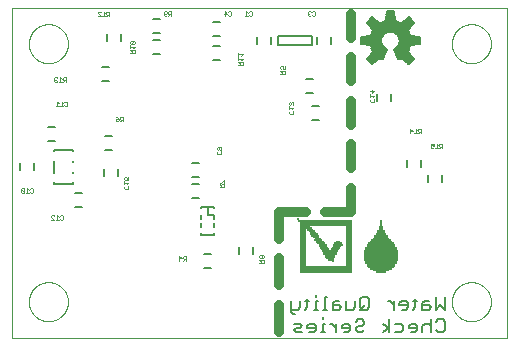
<source format=gbo>
G75*
%MOIN*%
%OFA0B0*%
%FSLAX25Y25*%
%IPPOS*%
%LPD*%
%AMOC8*
5,1,8,0,0,1.08239X$1,22.5*
%
%ADD10C,0.00000*%
%ADD11C,0.03200*%
%ADD12C,0.00600*%
%ADD13C,0.00100*%
%ADD14C,0.00591*%
%ADD15R,0.03500X0.00500*%
%ADD16R,0.17500X0.00500*%
%ADD17R,0.05500X0.00500*%
%ADD18R,0.07500X0.00500*%
%ADD19R,0.08500X0.00500*%
%ADD20R,0.09500X0.00500*%
%ADD21R,0.02000X0.00500*%
%ADD22R,0.10500X0.00500*%
%ADD23R,0.01000X0.00500*%
%ADD24R,0.11500X0.00500*%
%ADD25R,0.02500X0.00500*%
%ADD26R,0.04500X0.00500*%
%ADD27R,0.03000X0.00500*%
%ADD28R,0.01500X0.00500*%
%ADD29R,0.06500X0.00500*%
%ADD30R,0.04000X0.00500*%
%ADD31R,0.00500X0.00500*%
%ADD32R,0.18000X0.00500*%
%ADD33C,0.00800*%
D10*
X0089050Y0003800D02*
X0089050Y0113800D01*
X0254050Y0113800D01*
X0254050Y0003800D01*
X0089050Y0003800D01*
X0094550Y0015800D02*
X0094552Y0015961D01*
X0094558Y0016121D01*
X0094568Y0016282D01*
X0094582Y0016442D01*
X0094600Y0016602D01*
X0094621Y0016761D01*
X0094647Y0016920D01*
X0094677Y0017078D01*
X0094710Y0017235D01*
X0094748Y0017392D01*
X0094789Y0017547D01*
X0094834Y0017701D01*
X0094883Y0017854D01*
X0094936Y0018006D01*
X0094992Y0018157D01*
X0095053Y0018306D01*
X0095116Y0018454D01*
X0095184Y0018600D01*
X0095255Y0018744D01*
X0095329Y0018886D01*
X0095407Y0019027D01*
X0095489Y0019165D01*
X0095574Y0019302D01*
X0095662Y0019436D01*
X0095754Y0019568D01*
X0095849Y0019698D01*
X0095947Y0019826D01*
X0096048Y0019951D01*
X0096152Y0020073D01*
X0096259Y0020193D01*
X0096369Y0020310D01*
X0096482Y0020425D01*
X0096598Y0020536D01*
X0096717Y0020645D01*
X0096838Y0020750D01*
X0096962Y0020853D01*
X0097088Y0020953D01*
X0097216Y0021049D01*
X0097347Y0021142D01*
X0097481Y0021232D01*
X0097616Y0021319D01*
X0097754Y0021402D01*
X0097893Y0021482D01*
X0098035Y0021558D01*
X0098178Y0021631D01*
X0098323Y0021700D01*
X0098470Y0021766D01*
X0098618Y0021828D01*
X0098768Y0021886D01*
X0098919Y0021941D01*
X0099072Y0021992D01*
X0099226Y0022039D01*
X0099381Y0022082D01*
X0099537Y0022121D01*
X0099693Y0022157D01*
X0099851Y0022188D01*
X0100009Y0022216D01*
X0100168Y0022240D01*
X0100328Y0022260D01*
X0100488Y0022276D01*
X0100648Y0022288D01*
X0100809Y0022296D01*
X0100970Y0022300D01*
X0101130Y0022300D01*
X0101291Y0022296D01*
X0101452Y0022288D01*
X0101612Y0022276D01*
X0101772Y0022260D01*
X0101932Y0022240D01*
X0102091Y0022216D01*
X0102249Y0022188D01*
X0102407Y0022157D01*
X0102563Y0022121D01*
X0102719Y0022082D01*
X0102874Y0022039D01*
X0103028Y0021992D01*
X0103181Y0021941D01*
X0103332Y0021886D01*
X0103482Y0021828D01*
X0103630Y0021766D01*
X0103777Y0021700D01*
X0103922Y0021631D01*
X0104065Y0021558D01*
X0104207Y0021482D01*
X0104346Y0021402D01*
X0104484Y0021319D01*
X0104619Y0021232D01*
X0104753Y0021142D01*
X0104884Y0021049D01*
X0105012Y0020953D01*
X0105138Y0020853D01*
X0105262Y0020750D01*
X0105383Y0020645D01*
X0105502Y0020536D01*
X0105618Y0020425D01*
X0105731Y0020310D01*
X0105841Y0020193D01*
X0105948Y0020073D01*
X0106052Y0019951D01*
X0106153Y0019826D01*
X0106251Y0019698D01*
X0106346Y0019568D01*
X0106438Y0019436D01*
X0106526Y0019302D01*
X0106611Y0019165D01*
X0106693Y0019027D01*
X0106771Y0018886D01*
X0106845Y0018744D01*
X0106916Y0018600D01*
X0106984Y0018454D01*
X0107047Y0018306D01*
X0107108Y0018157D01*
X0107164Y0018006D01*
X0107217Y0017854D01*
X0107266Y0017701D01*
X0107311Y0017547D01*
X0107352Y0017392D01*
X0107390Y0017235D01*
X0107423Y0017078D01*
X0107453Y0016920D01*
X0107479Y0016761D01*
X0107500Y0016602D01*
X0107518Y0016442D01*
X0107532Y0016282D01*
X0107542Y0016121D01*
X0107548Y0015961D01*
X0107550Y0015800D01*
X0107548Y0015639D01*
X0107542Y0015479D01*
X0107532Y0015318D01*
X0107518Y0015158D01*
X0107500Y0014998D01*
X0107479Y0014839D01*
X0107453Y0014680D01*
X0107423Y0014522D01*
X0107390Y0014365D01*
X0107352Y0014208D01*
X0107311Y0014053D01*
X0107266Y0013899D01*
X0107217Y0013746D01*
X0107164Y0013594D01*
X0107108Y0013443D01*
X0107047Y0013294D01*
X0106984Y0013146D01*
X0106916Y0013000D01*
X0106845Y0012856D01*
X0106771Y0012714D01*
X0106693Y0012573D01*
X0106611Y0012435D01*
X0106526Y0012298D01*
X0106438Y0012164D01*
X0106346Y0012032D01*
X0106251Y0011902D01*
X0106153Y0011774D01*
X0106052Y0011649D01*
X0105948Y0011527D01*
X0105841Y0011407D01*
X0105731Y0011290D01*
X0105618Y0011175D01*
X0105502Y0011064D01*
X0105383Y0010955D01*
X0105262Y0010850D01*
X0105138Y0010747D01*
X0105012Y0010647D01*
X0104884Y0010551D01*
X0104753Y0010458D01*
X0104619Y0010368D01*
X0104484Y0010281D01*
X0104346Y0010198D01*
X0104207Y0010118D01*
X0104065Y0010042D01*
X0103922Y0009969D01*
X0103777Y0009900D01*
X0103630Y0009834D01*
X0103482Y0009772D01*
X0103332Y0009714D01*
X0103181Y0009659D01*
X0103028Y0009608D01*
X0102874Y0009561D01*
X0102719Y0009518D01*
X0102563Y0009479D01*
X0102407Y0009443D01*
X0102249Y0009412D01*
X0102091Y0009384D01*
X0101932Y0009360D01*
X0101772Y0009340D01*
X0101612Y0009324D01*
X0101452Y0009312D01*
X0101291Y0009304D01*
X0101130Y0009300D01*
X0100970Y0009300D01*
X0100809Y0009304D01*
X0100648Y0009312D01*
X0100488Y0009324D01*
X0100328Y0009340D01*
X0100168Y0009360D01*
X0100009Y0009384D01*
X0099851Y0009412D01*
X0099693Y0009443D01*
X0099537Y0009479D01*
X0099381Y0009518D01*
X0099226Y0009561D01*
X0099072Y0009608D01*
X0098919Y0009659D01*
X0098768Y0009714D01*
X0098618Y0009772D01*
X0098470Y0009834D01*
X0098323Y0009900D01*
X0098178Y0009969D01*
X0098035Y0010042D01*
X0097893Y0010118D01*
X0097754Y0010198D01*
X0097616Y0010281D01*
X0097481Y0010368D01*
X0097347Y0010458D01*
X0097216Y0010551D01*
X0097088Y0010647D01*
X0096962Y0010747D01*
X0096838Y0010850D01*
X0096717Y0010955D01*
X0096598Y0011064D01*
X0096482Y0011175D01*
X0096369Y0011290D01*
X0096259Y0011407D01*
X0096152Y0011527D01*
X0096048Y0011649D01*
X0095947Y0011774D01*
X0095849Y0011902D01*
X0095754Y0012032D01*
X0095662Y0012164D01*
X0095574Y0012298D01*
X0095489Y0012435D01*
X0095407Y0012573D01*
X0095329Y0012714D01*
X0095255Y0012856D01*
X0095184Y0013000D01*
X0095116Y0013146D01*
X0095053Y0013294D01*
X0094992Y0013443D01*
X0094936Y0013594D01*
X0094883Y0013746D01*
X0094834Y0013899D01*
X0094789Y0014053D01*
X0094748Y0014208D01*
X0094710Y0014365D01*
X0094677Y0014522D01*
X0094647Y0014680D01*
X0094621Y0014839D01*
X0094600Y0014998D01*
X0094582Y0015158D01*
X0094568Y0015318D01*
X0094558Y0015479D01*
X0094552Y0015639D01*
X0094550Y0015800D01*
X0235550Y0015800D02*
X0235552Y0015961D01*
X0235558Y0016121D01*
X0235568Y0016282D01*
X0235582Y0016442D01*
X0235600Y0016602D01*
X0235621Y0016761D01*
X0235647Y0016920D01*
X0235677Y0017078D01*
X0235710Y0017235D01*
X0235748Y0017392D01*
X0235789Y0017547D01*
X0235834Y0017701D01*
X0235883Y0017854D01*
X0235936Y0018006D01*
X0235992Y0018157D01*
X0236053Y0018306D01*
X0236116Y0018454D01*
X0236184Y0018600D01*
X0236255Y0018744D01*
X0236329Y0018886D01*
X0236407Y0019027D01*
X0236489Y0019165D01*
X0236574Y0019302D01*
X0236662Y0019436D01*
X0236754Y0019568D01*
X0236849Y0019698D01*
X0236947Y0019826D01*
X0237048Y0019951D01*
X0237152Y0020073D01*
X0237259Y0020193D01*
X0237369Y0020310D01*
X0237482Y0020425D01*
X0237598Y0020536D01*
X0237717Y0020645D01*
X0237838Y0020750D01*
X0237962Y0020853D01*
X0238088Y0020953D01*
X0238216Y0021049D01*
X0238347Y0021142D01*
X0238481Y0021232D01*
X0238616Y0021319D01*
X0238754Y0021402D01*
X0238893Y0021482D01*
X0239035Y0021558D01*
X0239178Y0021631D01*
X0239323Y0021700D01*
X0239470Y0021766D01*
X0239618Y0021828D01*
X0239768Y0021886D01*
X0239919Y0021941D01*
X0240072Y0021992D01*
X0240226Y0022039D01*
X0240381Y0022082D01*
X0240537Y0022121D01*
X0240693Y0022157D01*
X0240851Y0022188D01*
X0241009Y0022216D01*
X0241168Y0022240D01*
X0241328Y0022260D01*
X0241488Y0022276D01*
X0241648Y0022288D01*
X0241809Y0022296D01*
X0241970Y0022300D01*
X0242130Y0022300D01*
X0242291Y0022296D01*
X0242452Y0022288D01*
X0242612Y0022276D01*
X0242772Y0022260D01*
X0242932Y0022240D01*
X0243091Y0022216D01*
X0243249Y0022188D01*
X0243407Y0022157D01*
X0243563Y0022121D01*
X0243719Y0022082D01*
X0243874Y0022039D01*
X0244028Y0021992D01*
X0244181Y0021941D01*
X0244332Y0021886D01*
X0244482Y0021828D01*
X0244630Y0021766D01*
X0244777Y0021700D01*
X0244922Y0021631D01*
X0245065Y0021558D01*
X0245207Y0021482D01*
X0245346Y0021402D01*
X0245484Y0021319D01*
X0245619Y0021232D01*
X0245753Y0021142D01*
X0245884Y0021049D01*
X0246012Y0020953D01*
X0246138Y0020853D01*
X0246262Y0020750D01*
X0246383Y0020645D01*
X0246502Y0020536D01*
X0246618Y0020425D01*
X0246731Y0020310D01*
X0246841Y0020193D01*
X0246948Y0020073D01*
X0247052Y0019951D01*
X0247153Y0019826D01*
X0247251Y0019698D01*
X0247346Y0019568D01*
X0247438Y0019436D01*
X0247526Y0019302D01*
X0247611Y0019165D01*
X0247693Y0019027D01*
X0247771Y0018886D01*
X0247845Y0018744D01*
X0247916Y0018600D01*
X0247984Y0018454D01*
X0248047Y0018306D01*
X0248108Y0018157D01*
X0248164Y0018006D01*
X0248217Y0017854D01*
X0248266Y0017701D01*
X0248311Y0017547D01*
X0248352Y0017392D01*
X0248390Y0017235D01*
X0248423Y0017078D01*
X0248453Y0016920D01*
X0248479Y0016761D01*
X0248500Y0016602D01*
X0248518Y0016442D01*
X0248532Y0016282D01*
X0248542Y0016121D01*
X0248548Y0015961D01*
X0248550Y0015800D01*
X0248548Y0015639D01*
X0248542Y0015479D01*
X0248532Y0015318D01*
X0248518Y0015158D01*
X0248500Y0014998D01*
X0248479Y0014839D01*
X0248453Y0014680D01*
X0248423Y0014522D01*
X0248390Y0014365D01*
X0248352Y0014208D01*
X0248311Y0014053D01*
X0248266Y0013899D01*
X0248217Y0013746D01*
X0248164Y0013594D01*
X0248108Y0013443D01*
X0248047Y0013294D01*
X0247984Y0013146D01*
X0247916Y0013000D01*
X0247845Y0012856D01*
X0247771Y0012714D01*
X0247693Y0012573D01*
X0247611Y0012435D01*
X0247526Y0012298D01*
X0247438Y0012164D01*
X0247346Y0012032D01*
X0247251Y0011902D01*
X0247153Y0011774D01*
X0247052Y0011649D01*
X0246948Y0011527D01*
X0246841Y0011407D01*
X0246731Y0011290D01*
X0246618Y0011175D01*
X0246502Y0011064D01*
X0246383Y0010955D01*
X0246262Y0010850D01*
X0246138Y0010747D01*
X0246012Y0010647D01*
X0245884Y0010551D01*
X0245753Y0010458D01*
X0245619Y0010368D01*
X0245484Y0010281D01*
X0245346Y0010198D01*
X0245207Y0010118D01*
X0245065Y0010042D01*
X0244922Y0009969D01*
X0244777Y0009900D01*
X0244630Y0009834D01*
X0244482Y0009772D01*
X0244332Y0009714D01*
X0244181Y0009659D01*
X0244028Y0009608D01*
X0243874Y0009561D01*
X0243719Y0009518D01*
X0243563Y0009479D01*
X0243407Y0009443D01*
X0243249Y0009412D01*
X0243091Y0009384D01*
X0242932Y0009360D01*
X0242772Y0009340D01*
X0242612Y0009324D01*
X0242452Y0009312D01*
X0242291Y0009304D01*
X0242130Y0009300D01*
X0241970Y0009300D01*
X0241809Y0009304D01*
X0241648Y0009312D01*
X0241488Y0009324D01*
X0241328Y0009340D01*
X0241168Y0009360D01*
X0241009Y0009384D01*
X0240851Y0009412D01*
X0240693Y0009443D01*
X0240537Y0009479D01*
X0240381Y0009518D01*
X0240226Y0009561D01*
X0240072Y0009608D01*
X0239919Y0009659D01*
X0239768Y0009714D01*
X0239618Y0009772D01*
X0239470Y0009834D01*
X0239323Y0009900D01*
X0239178Y0009969D01*
X0239035Y0010042D01*
X0238893Y0010118D01*
X0238754Y0010198D01*
X0238616Y0010281D01*
X0238481Y0010368D01*
X0238347Y0010458D01*
X0238216Y0010551D01*
X0238088Y0010647D01*
X0237962Y0010747D01*
X0237838Y0010850D01*
X0237717Y0010955D01*
X0237598Y0011064D01*
X0237482Y0011175D01*
X0237369Y0011290D01*
X0237259Y0011407D01*
X0237152Y0011527D01*
X0237048Y0011649D01*
X0236947Y0011774D01*
X0236849Y0011902D01*
X0236754Y0012032D01*
X0236662Y0012164D01*
X0236574Y0012298D01*
X0236489Y0012435D01*
X0236407Y0012573D01*
X0236329Y0012714D01*
X0236255Y0012856D01*
X0236184Y0013000D01*
X0236116Y0013146D01*
X0236053Y0013294D01*
X0235992Y0013443D01*
X0235936Y0013594D01*
X0235883Y0013746D01*
X0235834Y0013899D01*
X0235789Y0014053D01*
X0235748Y0014208D01*
X0235710Y0014365D01*
X0235677Y0014522D01*
X0235647Y0014680D01*
X0235621Y0014839D01*
X0235600Y0014998D01*
X0235582Y0015158D01*
X0235568Y0015318D01*
X0235558Y0015479D01*
X0235552Y0015639D01*
X0235550Y0015800D01*
X0235550Y0101800D02*
X0235552Y0101961D01*
X0235558Y0102121D01*
X0235568Y0102282D01*
X0235582Y0102442D01*
X0235600Y0102602D01*
X0235621Y0102761D01*
X0235647Y0102920D01*
X0235677Y0103078D01*
X0235710Y0103235D01*
X0235748Y0103392D01*
X0235789Y0103547D01*
X0235834Y0103701D01*
X0235883Y0103854D01*
X0235936Y0104006D01*
X0235992Y0104157D01*
X0236053Y0104306D01*
X0236116Y0104454D01*
X0236184Y0104600D01*
X0236255Y0104744D01*
X0236329Y0104886D01*
X0236407Y0105027D01*
X0236489Y0105165D01*
X0236574Y0105302D01*
X0236662Y0105436D01*
X0236754Y0105568D01*
X0236849Y0105698D01*
X0236947Y0105826D01*
X0237048Y0105951D01*
X0237152Y0106073D01*
X0237259Y0106193D01*
X0237369Y0106310D01*
X0237482Y0106425D01*
X0237598Y0106536D01*
X0237717Y0106645D01*
X0237838Y0106750D01*
X0237962Y0106853D01*
X0238088Y0106953D01*
X0238216Y0107049D01*
X0238347Y0107142D01*
X0238481Y0107232D01*
X0238616Y0107319D01*
X0238754Y0107402D01*
X0238893Y0107482D01*
X0239035Y0107558D01*
X0239178Y0107631D01*
X0239323Y0107700D01*
X0239470Y0107766D01*
X0239618Y0107828D01*
X0239768Y0107886D01*
X0239919Y0107941D01*
X0240072Y0107992D01*
X0240226Y0108039D01*
X0240381Y0108082D01*
X0240537Y0108121D01*
X0240693Y0108157D01*
X0240851Y0108188D01*
X0241009Y0108216D01*
X0241168Y0108240D01*
X0241328Y0108260D01*
X0241488Y0108276D01*
X0241648Y0108288D01*
X0241809Y0108296D01*
X0241970Y0108300D01*
X0242130Y0108300D01*
X0242291Y0108296D01*
X0242452Y0108288D01*
X0242612Y0108276D01*
X0242772Y0108260D01*
X0242932Y0108240D01*
X0243091Y0108216D01*
X0243249Y0108188D01*
X0243407Y0108157D01*
X0243563Y0108121D01*
X0243719Y0108082D01*
X0243874Y0108039D01*
X0244028Y0107992D01*
X0244181Y0107941D01*
X0244332Y0107886D01*
X0244482Y0107828D01*
X0244630Y0107766D01*
X0244777Y0107700D01*
X0244922Y0107631D01*
X0245065Y0107558D01*
X0245207Y0107482D01*
X0245346Y0107402D01*
X0245484Y0107319D01*
X0245619Y0107232D01*
X0245753Y0107142D01*
X0245884Y0107049D01*
X0246012Y0106953D01*
X0246138Y0106853D01*
X0246262Y0106750D01*
X0246383Y0106645D01*
X0246502Y0106536D01*
X0246618Y0106425D01*
X0246731Y0106310D01*
X0246841Y0106193D01*
X0246948Y0106073D01*
X0247052Y0105951D01*
X0247153Y0105826D01*
X0247251Y0105698D01*
X0247346Y0105568D01*
X0247438Y0105436D01*
X0247526Y0105302D01*
X0247611Y0105165D01*
X0247693Y0105027D01*
X0247771Y0104886D01*
X0247845Y0104744D01*
X0247916Y0104600D01*
X0247984Y0104454D01*
X0248047Y0104306D01*
X0248108Y0104157D01*
X0248164Y0104006D01*
X0248217Y0103854D01*
X0248266Y0103701D01*
X0248311Y0103547D01*
X0248352Y0103392D01*
X0248390Y0103235D01*
X0248423Y0103078D01*
X0248453Y0102920D01*
X0248479Y0102761D01*
X0248500Y0102602D01*
X0248518Y0102442D01*
X0248532Y0102282D01*
X0248542Y0102121D01*
X0248548Y0101961D01*
X0248550Y0101800D01*
X0248548Y0101639D01*
X0248542Y0101479D01*
X0248532Y0101318D01*
X0248518Y0101158D01*
X0248500Y0100998D01*
X0248479Y0100839D01*
X0248453Y0100680D01*
X0248423Y0100522D01*
X0248390Y0100365D01*
X0248352Y0100208D01*
X0248311Y0100053D01*
X0248266Y0099899D01*
X0248217Y0099746D01*
X0248164Y0099594D01*
X0248108Y0099443D01*
X0248047Y0099294D01*
X0247984Y0099146D01*
X0247916Y0099000D01*
X0247845Y0098856D01*
X0247771Y0098714D01*
X0247693Y0098573D01*
X0247611Y0098435D01*
X0247526Y0098298D01*
X0247438Y0098164D01*
X0247346Y0098032D01*
X0247251Y0097902D01*
X0247153Y0097774D01*
X0247052Y0097649D01*
X0246948Y0097527D01*
X0246841Y0097407D01*
X0246731Y0097290D01*
X0246618Y0097175D01*
X0246502Y0097064D01*
X0246383Y0096955D01*
X0246262Y0096850D01*
X0246138Y0096747D01*
X0246012Y0096647D01*
X0245884Y0096551D01*
X0245753Y0096458D01*
X0245619Y0096368D01*
X0245484Y0096281D01*
X0245346Y0096198D01*
X0245207Y0096118D01*
X0245065Y0096042D01*
X0244922Y0095969D01*
X0244777Y0095900D01*
X0244630Y0095834D01*
X0244482Y0095772D01*
X0244332Y0095714D01*
X0244181Y0095659D01*
X0244028Y0095608D01*
X0243874Y0095561D01*
X0243719Y0095518D01*
X0243563Y0095479D01*
X0243407Y0095443D01*
X0243249Y0095412D01*
X0243091Y0095384D01*
X0242932Y0095360D01*
X0242772Y0095340D01*
X0242612Y0095324D01*
X0242452Y0095312D01*
X0242291Y0095304D01*
X0242130Y0095300D01*
X0241970Y0095300D01*
X0241809Y0095304D01*
X0241648Y0095312D01*
X0241488Y0095324D01*
X0241328Y0095340D01*
X0241168Y0095360D01*
X0241009Y0095384D01*
X0240851Y0095412D01*
X0240693Y0095443D01*
X0240537Y0095479D01*
X0240381Y0095518D01*
X0240226Y0095561D01*
X0240072Y0095608D01*
X0239919Y0095659D01*
X0239768Y0095714D01*
X0239618Y0095772D01*
X0239470Y0095834D01*
X0239323Y0095900D01*
X0239178Y0095969D01*
X0239035Y0096042D01*
X0238893Y0096118D01*
X0238754Y0096198D01*
X0238616Y0096281D01*
X0238481Y0096368D01*
X0238347Y0096458D01*
X0238216Y0096551D01*
X0238088Y0096647D01*
X0237962Y0096747D01*
X0237838Y0096850D01*
X0237717Y0096955D01*
X0237598Y0097064D01*
X0237482Y0097175D01*
X0237369Y0097290D01*
X0237259Y0097407D01*
X0237152Y0097527D01*
X0237048Y0097649D01*
X0236947Y0097774D01*
X0236849Y0097902D01*
X0236754Y0098032D01*
X0236662Y0098164D01*
X0236574Y0098298D01*
X0236489Y0098435D01*
X0236407Y0098573D01*
X0236329Y0098714D01*
X0236255Y0098856D01*
X0236184Y0099000D01*
X0236116Y0099146D01*
X0236053Y0099294D01*
X0235992Y0099443D01*
X0235936Y0099594D01*
X0235883Y0099746D01*
X0235834Y0099899D01*
X0235789Y0100053D01*
X0235748Y0100208D01*
X0235710Y0100365D01*
X0235677Y0100522D01*
X0235647Y0100680D01*
X0235621Y0100839D01*
X0235600Y0100998D01*
X0235582Y0101158D01*
X0235568Y0101318D01*
X0235558Y0101479D01*
X0235552Y0101639D01*
X0235550Y0101800D01*
X0094550Y0101800D02*
X0094552Y0101961D01*
X0094558Y0102121D01*
X0094568Y0102282D01*
X0094582Y0102442D01*
X0094600Y0102602D01*
X0094621Y0102761D01*
X0094647Y0102920D01*
X0094677Y0103078D01*
X0094710Y0103235D01*
X0094748Y0103392D01*
X0094789Y0103547D01*
X0094834Y0103701D01*
X0094883Y0103854D01*
X0094936Y0104006D01*
X0094992Y0104157D01*
X0095053Y0104306D01*
X0095116Y0104454D01*
X0095184Y0104600D01*
X0095255Y0104744D01*
X0095329Y0104886D01*
X0095407Y0105027D01*
X0095489Y0105165D01*
X0095574Y0105302D01*
X0095662Y0105436D01*
X0095754Y0105568D01*
X0095849Y0105698D01*
X0095947Y0105826D01*
X0096048Y0105951D01*
X0096152Y0106073D01*
X0096259Y0106193D01*
X0096369Y0106310D01*
X0096482Y0106425D01*
X0096598Y0106536D01*
X0096717Y0106645D01*
X0096838Y0106750D01*
X0096962Y0106853D01*
X0097088Y0106953D01*
X0097216Y0107049D01*
X0097347Y0107142D01*
X0097481Y0107232D01*
X0097616Y0107319D01*
X0097754Y0107402D01*
X0097893Y0107482D01*
X0098035Y0107558D01*
X0098178Y0107631D01*
X0098323Y0107700D01*
X0098470Y0107766D01*
X0098618Y0107828D01*
X0098768Y0107886D01*
X0098919Y0107941D01*
X0099072Y0107992D01*
X0099226Y0108039D01*
X0099381Y0108082D01*
X0099537Y0108121D01*
X0099693Y0108157D01*
X0099851Y0108188D01*
X0100009Y0108216D01*
X0100168Y0108240D01*
X0100328Y0108260D01*
X0100488Y0108276D01*
X0100648Y0108288D01*
X0100809Y0108296D01*
X0100970Y0108300D01*
X0101130Y0108300D01*
X0101291Y0108296D01*
X0101452Y0108288D01*
X0101612Y0108276D01*
X0101772Y0108260D01*
X0101932Y0108240D01*
X0102091Y0108216D01*
X0102249Y0108188D01*
X0102407Y0108157D01*
X0102563Y0108121D01*
X0102719Y0108082D01*
X0102874Y0108039D01*
X0103028Y0107992D01*
X0103181Y0107941D01*
X0103332Y0107886D01*
X0103482Y0107828D01*
X0103630Y0107766D01*
X0103777Y0107700D01*
X0103922Y0107631D01*
X0104065Y0107558D01*
X0104207Y0107482D01*
X0104346Y0107402D01*
X0104484Y0107319D01*
X0104619Y0107232D01*
X0104753Y0107142D01*
X0104884Y0107049D01*
X0105012Y0106953D01*
X0105138Y0106853D01*
X0105262Y0106750D01*
X0105383Y0106645D01*
X0105502Y0106536D01*
X0105618Y0106425D01*
X0105731Y0106310D01*
X0105841Y0106193D01*
X0105948Y0106073D01*
X0106052Y0105951D01*
X0106153Y0105826D01*
X0106251Y0105698D01*
X0106346Y0105568D01*
X0106438Y0105436D01*
X0106526Y0105302D01*
X0106611Y0105165D01*
X0106693Y0105027D01*
X0106771Y0104886D01*
X0106845Y0104744D01*
X0106916Y0104600D01*
X0106984Y0104454D01*
X0107047Y0104306D01*
X0107108Y0104157D01*
X0107164Y0104006D01*
X0107217Y0103854D01*
X0107266Y0103701D01*
X0107311Y0103547D01*
X0107352Y0103392D01*
X0107390Y0103235D01*
X0107423Y0103078D01*
X0107453Y0102920D01*
X0107479Y0102761D01*
X0107500Y0102602D01*
X0107518Y0102442D01*
X0107532Y0102282D01*
X0107542Y0102121D01*
X0107548Y0101961D01*
X0107550Y0101800D01*
X0107548Y0101639D01*
X0107542Y0101479D01*
X0107532Y0101318D01*
X0107518Y0101158D01*
X0107500Y0100998D01*
X0107479Y0100839D01*
X0107453Y0100680D01*
X0107423Y0100522D01*
X0107390Y0100365D01*
X0107352Y0100208D01*
X0107311Y0100053D01*
X0107266Y0099899D01*
X0107217Y0099746D01*
X0107164Y0099594D01*
X0107108Y0099443D01*
X0107047Y0099294D01*
X0106984Y0099146D01*
X0106916Y0099000D01*
X0106845Y0098856D01*
X0106771Y0098714D01*
X0106693Y0098573D01*
X0106611Y0098435D01*
X0106526Y0098298D01*
X0106438Y0098164D01*
X0106346Y0098032D01*
X0106251Y0097902D01*
X0106153Y0097774D01*
X0106052Y0097649D01*
X0105948Y0097527D01*
X0105841Y0097407D01*
X0105731Y0097290D01*
X0105618Y0097175D01*
X0105502Y0097064D01*
X0105383Y0096955D01*
X0105262Y0096850D01*
X0105138Y0096747D01*
X0105012Y0096647D01*
X0104884Y0096551D01*
X0104753Y0096458D01*
X0104619Y0096368D01*
X0104484Y0096281D01*
X0104346Y0096198D01*
X0104207Y0096118D01*
X0104065Y0096042D01*
X0103922Y0095969D01*
X0103777Y0095900D01*
X0103630Y0095834D01*
X0103482Y0095772D01*
X0103332Y0095714D01*
X0103181Y0095659D01*
X0103028Y0095608D01*
X0102874Y0095561D01*
X0102719Y0095518D01*
X0102563Y0095479D01*
X0102407Y0095443D01*
X0102249Y0095412D01*
X0102091Y0095384D01*
X0101932Y0095360D01*
X0101772Y0095340D01*
X0101612Y0095324D01*
X0101452Y0095312D01*
X0101291Y0095304D01*
X0101130Y0095300D01*
X0100970Y0095300D01*
X0100809Y0095304D01*
X0100648Y0095312D01*
X0100488Y0095324D01*
X0100328Y0095340D01*
X0100168Y0095360D01*
X0100009Y0095384D01*
X0099851Y0095412D01*
X0099693Y0095443D01*
X0099537Y0095479D01*
X0099381Y0095518D01*
X0099226Y0095561D01*
X0099072Y0095608D01*
X0098919Y0095659D01*
X0098768Y0095714D01*
X0098618Y0095772D01*
X0098470Y0095834D01*
X0098323Y0095900D01*
X0098178Y0095969D01*
X0098035Y0096042D01*
X0097893Y0096118D01*
X0097754Y0096198D01*
X0097616Y0096281D01*
X0097481Y0096368D01*
X0097347Y0096458D01*
X0097216Y0096551D01*
X0097088Y0096647D01*
X0096962Y0096747D01*
X0096838Y0096850D01*
X0096717Y0096955D01*
X0096598Y0097064D01*
X0096482Y0097175D01*
X0096369Y0097290D01*
X0096259Y0097407D01*
X0096152Y0097527D01*
X0096048Y0097649D01*
X0095947Y0097774D01*
X0095849Y0097902D01*
X0095754Y0098032D01*
X0095662Y0098164D01*
X0095574Y0098298D01*
X0095489Y0098435D01*
X0095407Y0098573D01*
X0095329Y0098714D01*
X0095255Y0098856D01*
X0095184Y0099000D01*
X0095116Y0099146D01*
X0095053Y0099294D01*
X0094992Y0099443D01*
X0094936Y0099594D01*
X0094883Y0099746D01*
X0094834Y0099899D01*
X0094789Y0100053D01*
X0094748Y0100208D01*
X0094710Y0100365D01*
X0094677Y0100522D01*
X0094647Y0100680D01*
X0094621Y0100839D01*
X0094600Y0100998D01*
X0094582Y0101158D01*
X0094568Y0101318D01*
X0094558Y0101479D01*
X0094552Y0101639D01*
X0094550Y0101800D01*
D11*
X0202050Y0103720D02*
X0202050Y0111800D01*
X0202050Y0097320D02*
X0202050Y0089240D01*
X0202050Y0082840D02*
X0202050Y0074760D01*
X0202050Y0068360D02*
X0202050Y0060280D01*
X0202050Y0053880D02*
X0202050Y0045800D01*
X0193250Y0045800D01*
X0186850Y0045800D02*
X0178050Y0045800D01*
X0178050Y0036733D01*
X0178050Y0030333D02*
X0178050Y0021267D01*
X0178050Y0014867D02*
X0178050Y0005800D01*
D12*
X0155231Y0026938D02*
X0152869Y0026938D01*
X0152869Y0031662D02*
X0155231Y0031662D01*
X0164688Y0031619D02*
X0164688Y0033981D01*
X0169412Y0033981D02*
X0169412Y0031619D01*
X0156239Y0038202D02*
X0156239Y0038572D01*
X0156239Y0038202D02*
X0151861Y0038202D01*
X0151861Y0038572D01*
X0151861Y0040745D02*
X0151861Y0042115D01*
X0151861Y0043485D02*
X0151861Y0044855D01*
X0151861Y0047028D02*
X0151861Y0047398D01*
X0154239Y0047398D01*
X0154239Y0044600D01*
X0156239Y0044600D01*
X0156239Y0044855D01*
X0156239Y0044600D02*
X0156239Y0043485D01*
X0156239Y0042115D02*
X0156239Y0040745D01*
X0156239Y0047028D02*
X0156239Y0047398D01*
X0154239Y0047398D01*
X0151231Y0050438D02*
X0148869Y0050438D01*
X0148869Y0055162D02*
X0151231Y0055162D01*
X0151231Y0057438D02*
X0148869Y0057438D01*
X0148869Y0062162D02*
X0151231Y0062162D01*
X0124412Y0059981D02*
X0124412Y0057619D01*
X0119688Y0057619D02*
X0119688Y0059981D01*
X0109239Y0059115D02*
X0109239Y0058745D01*
X0109239Y0055572D02*
X0109239Y0055202D01*
X0102861Y0055202D01*
X0102861Y0055572D01*
X0102861Y0058745D02*
X0102861Y0062855D01*
X0096412Y0061981D02*
X0096412Y0059619D01*
X0091688Y0059619D02*
X0091688Y0061981D01*
X0102861Y0066028D02*
X0102861Y0066398D01*
X0109239Y0066398D01*
X0109239Y0066028D01*
X0109239Y0062855D02*
X0109239Y0062485D01*
X0119869Y0066438D02*
X0122231Y0066438D01*
X0122231Y0071162D02*
X0119869Y0071162D01*
X0103231Y0069438D02*
X0100869Y0069438D01*
X0100869Y0074162D02*
X0103231Y0074162D01*
X0118869Y0089438D02*
X0121231Y0089438D01*
X0121231Y0094162D02*
X0118869Y0094162D01*
X0135869Y0098438D02*
X0138231Y0098438D01*
X0138231Y0103162D02*
X0135869Y0103162D01*
X0135869Y0105438D02*
X0138231Y0105438D01*
X0138231Y0110162D02*
X0135869Y0110162D01*
X0125412Y0104981D02*
X0125412Y0102619D01*
X0120688Y0102619D02*
X0120688Y0104981D01*
X0155869Y0104438D02*
X0158231Y0104438D01*
X0158231Y0101162D02*
X0155869Y0101162D01*
X0155869Y0096438D02*
X0158231Y0096438D01*
X0170688Y0101619D02*
X0170688Y0103981D01*
X0175412Y0103981D02*
X0175412Y0101619D01*
X0177450Y0101300D02*
X0177450Y0104300D01*
X0188850Y0104300D01*
X0188850Y0101300D01*
X0177450Y0101300D01*
X0190688Y0101619D02*
X0190688Y0103981D01*
X0195412Y0103981D02*
X0195412Y0101619D01*
X0189231Y0090162D02*
X0186869Y0090162D01*
X0186869Y0085438D02*
X0189231Y0085438D01*
X0188869Y0081162D02*
X0191231Y0081162D01*
X0191231Y0076438D02*
X0188869Y0076438D01*
X0210688Y0082619D02*
X0210688Y0084981D01*
X0215412Y0084981D02*
X0215412Y0082619D01*
X0220688Y0062981D02*
X0220688Y0060619D01*
X0225412Y0060619D02*
X0225412Y0062981D01*
X0227688Y0057981D02*
X0227688Y0055619D01*
X0232412Y0055619D02*
X0232412Y0057981D01*
X0158231Y0109162D02*
X0155869Y0109162D01*
X0112231Y0052162D02*
X0109869Y0052162D01*
X0109869Y0047438D02*
X0112231Y0047438D01*
D13*
X0106000Y0044351D02*
X0106000Y0043350D01*
X0105750Y0043100D01*
X0105249Y0043100D01*
X0104999Y0043350D01*
X0104527Y0043100D02*
X0103526Y0043100D01*
X0103053Y0043100D02*
X0102053Y0044101D01*
X0102053Y0044351D01*
X0102303Y0044601D01*
X0102803Y0044601D01*
X0103053Y0044351D01*
X0104026Y0044601D02*
X0104026Y0043100D01*
X0103053Y0043100D02*
X0102053Y0043100D01*
X0104026Y0044601D02*
X0104527Y0044101D01*
X0104999Y0044351D02*
X0105249Y0044601D01*
X0105750Y0044601D01*
X0106000Y0044351D01*
X0096000Y0052350D02*
X0095750Y0052100D01*
X0095249Y0052100D01*
X0094999Y0052350D01*
X0094527Y0052100D02*
X0093526Y0052100D01*
X0094026Y0052100D02*
X0094026Y0053601D01*
X0094527Y0053101D01*
X0094999Y0053351D02*
X0095249Y0053601D01*
X0095750Y0053601D01*
X0096000Y0053351D01*
X0096000Y0052350D01*
X0093053Y0052350D02*
X0093053Y0053351D01*
X0092803Y0053601D01*
X0092303Y0053601D01*
X0092053Y0053351D01*
X0093053Y0052350D01*
X0092803Y0052100D01*
X0092303Y0052100D01*
X0092053Y0052350D01*
X0092053Y0053351D01*
X0126250Y0053680D02*
X0126250Y0054181D01*
X0126500Y0054431D01*
X0126250Y0054903D02*
X0126250Y0055904D01*
X0126250Y0055404D02*
X0127751Y0055404D01*
X0127251Y0054903D01*
X0127501Y0054431D02*
X0127751Y0054181D01*
X0127751Y0053680D01*
X0127501Y0053430D01*
X0126500Y0053430D01*
X0126250Y0053680D01*
X0126500Y0056377D02*
X0126250Y0056627D01*
X0126250Y0057127D01*
X0126500Y0057378D01*
X0127001Y0057378D01*
X0127251Y0057127D01*
X0127251Y0056877D01*
X0127001Y0056377D01*
X0127751Y0056377D01*
X0127751Y0057378D01*
X0157250Y0065154D02*
X0157250Y0065654D01*
X0157500Y0065904D01*
X0157500Y0066377D02*
X0157250Y0066627D01*
X0157250Y0067127D01*
X0157500Y0067378D01*
X0158501Y0067378D01*
X0158751Y0067127D01*
X0158751Y0066627D01*
X0158501Y0066377D01*
X0158251Y0066377D01*
X0158001Y0066627D01*
X0158001Y0067378D01*
X0158501Y0065904D02*
X0158751Y0065654D01*
X0158751Y0065154D01*
X0158501Y0064903D01*
X0157500Y0064903D01*
X0157250Y0065154D01*
X0159501Y0056378D02*
X0158500Y0055377D01*
X0158250Y0055377D01*
X0158250Y0054904D02*
X0158750Y0054404D01*
X0158750Y0054654D02*
X0158750Y0053903D01*
X0158250Y0053903D02*
X0159751Y0053903D01*
X0159751Y0054654D01*
X0159501Y0054904D01*
X0159001Y0054904D01*
X0158750Y0054654D01*
X0159751Y0055377D02*
X0159751Y0056378D01*
X0159501Y0056378D01*
X0125947Y0076000D02*
X0125947Y0077501D01*
X0125196Y0077501D01*
X0124946Y0077251D01*
X0124946Y0076751D01*
X0125196Y0076500D01*
X0125947Y0076500D01*
X0125446Y0076500D02*
X0124946Y0076000D01*
X0124473Y0076250D02*
X0124223Y0076000D01*
X0123723Y0076000D01*
X0123472Y0076250D01*
X0123472Y0076500D01*
X0123723Y0076751D01*
X0124473Y0076751D01*
X0124473Y0076250D01*
X0124473Y0076751D02*
X0123973Y0077251D01*
X0123472Y0077501D01*
X0107420Y0081250D02*
X0107170Y0081000D01*
X0106669Y0081000D01*
X0106419Y0081250D01*
X0105947Y0081000D02*
X0104946Y0081000D01*
X0104473Y0081000D02*
X0103472Y0081000D01*
X0103973Y0081000D02*
X0103973Y0082501D01*
X0104473Y0082001D01*
X0105446Y0082501D02*
X0105446Y0081000D01*
X0105947Y0082001D02*
X0105446Y0082501D01*
X0106419Y0082251D02*
X0106669Y0082501D01*
X0107170Y0082501D01*
X0107420Y0082251D01*
X0107420Y0081250D01*
X0107000Y0089100D02*
X0107000Y0090601D01*
X0106249Y0090601D01*
X0105999Y0090351D01*
X0105999Y0089851D01*
X0106249Y0089600D01*
X0107000Y0089600D01*
X0106500Y0089600D02*
X0105999Y0089100D01*
X0105527Y0089100D02*
X0104526Y0089100D01*
X0105026Y0089100D02*
X0105026Y0090601D01*
X0105527Y0090101D01*
X0104053Y0090351D02*
X0103803Y0090601D01*
X0103303Y0090601D01*
X0103053Y0090351D01*
X0103053Y0090101D01*
X0103303Y0089851D01*
X0103053Y0089600D01*
X0103053Y0089350D01*
X0103303Y0089100D01*
X0103803Y0089100D01*
X0104053Y0089350D01*
X0103553Y0089851D02*
X0103303Y0089851D01*
X0128350Y0098850D02*
X0129851Y0098850D01*
X0129851Y0099601D01*
X0129601Y0099851D01*
X0129101Y0099851D01*
X0128850Y0099601D01*
X0128850Y0098850D01*
X0128850Y0099350D02*
X0128350Y0099851D01*
X0128350Y0100323D02*
X0128350Y0101324D01*
X0128350Y0100824D02*
X0129851Y0100824D01*
X0129351Y0100323D01*
X0129601Y0101797D02*
X0128600Y0101797D01*
X0129601Y0102797D01*
X0128600Y0102797D01*
X0128350Y0102547D01*
X0128350Y0102047D01*
X0128600Y0101797D01*
X0129601Y0101797D02*
X0129851Y0102047D01*
X0129851Y0102547D01*
X0129601Y0102797D01*
X0121420Y0111000D02*
X0121420Y0112501D01*
X0120669Y0112501D01*
X0120419Y0112251D01*
X0120419Y0111751D01*
X0120669Y0111500D01*
X0121420Y0111500D01*
X0120919Y0111500D02*
X0120419Y0111000D01*
X0119947Y0111000D02*
X0118946Y0111000D01*
X0118473Y0111000D02*
X0117472Y0112001D01*
X0117472Y0112251D01*
X0117723Y0112501D01*
X0118223Y0112501D01*
X0118473Y0112251D01*
X0119446Y0112501D02*
X0119446Y0111000D01*
X0118473Y0111000D02*
X0117472Y0111000D01*
X0119446Y0112501D02*
X0119947Y0112001D01*
X0139526Y0111851D02*
X0140277Y0111851D01*
X0140527Y0112101D01*
X0140527Y0112351D01*
X0140277Y0112601D01*
X0139776Y0112601D01*
X0139526Y0112351D01*
X0139526Y0111350D01*
X0139776Y0111100D01*
X0140277Y0111100D01*
X0140527Y0111350D01*
X0140999Y0111100D02*
X0141500Y0111600D01*
X0141249Y0111600D02*
X0142000Y0111600D01*
X0142000Y0111100D02*
X0142000Y0112601D01*
X0141249Y0112601D01*
X0140999Y0112351D01*
X0140999Y0111851D01*
X0141249Y0111600D01*
X0159526Y0111851D02*
X0160527Y0111851D01*
X0159776Y0112601D01*
X0159776Y0111100D01*
X0160999Y0111350D02*
X0161249Y0111100D01*
X0161750Y0111100D01*
X0162000Y0111350D01*
X0162000Y0112351D01*
X0161750Y0112601D01*
X0161249Y0112601D01*
X0160999Y0112351D01*
X0166526Y0111100D02*
X0167527Y0111100D01*
X0167026Y0111100D02*
X0167026Y0112601D01*
X0167527Y0112101D01*
X0167999Y0112351D02*
X0168249Y0112601D01*
X0168750Y0112601D01*
X0169000Y0112351D01*
X0169000Y0111350D01*
X0168750Y0111100D01*
X0168249Y0111100D01*
X0167999Y0111350D01*
X0187526Y0111350D02*
X0187776Y0111100D01*
X0188277Y0111100D01*
X0188527Y0111350D01*
X0188999Y0111350D02*
X0189249Y0111100D01*
X0189750Y0111100D01*
X0190000Y0111350D01*
X0190000Y0112351D01*
X0189750Y0112601D01*
X0189249Y0112601D01*
X0188999Y0112351D01*
X0188527Y0112351D02*
X0188277Y0112601D01*
X0187776Y0112601D01*
X0187526Y0112351D01*
X0187526Y0112101D01*
X0187776Y0111851D01*
X0187526Y0111600D01*
X0187526Y0111350D01*
X0187776Y0111851D02*
X0188026Y0111851D01*
X0164350Y0098797D02*
X0164350Y0097797D01*
X0164350Y0097324D02*
X0164350Y0096323D01*
X0164350Y0095851D02*
X0164850Y0095350D01*
X0164850Y0095601D02*
X0164850Y0094850D01*
X0164350Y0094850D02*
X0165851Y0094850D01*
X0165851Y0095601D01*
X0165601Y0095851D01*
X0165101Y0095851D01*
X0164850Y0095601D01*
X0165351Y0096323D02*
X0165851Y0096824D01*
X0164350Y0096824D01*
X0165351Y0097797D02*
X0165851Y0098297D01*
X0164350Y0098297D01*
X0178350Y0094074D02*
X0178350Y0093573D01*
X0178600Y0093323D01*
X0179101Y0093323D02*
X0179351Y0093824D01*
X0179351Y0094074D01*
X0179101Y0094324D01*
X0178600Y0094324D01*
X0178350Y0094074D01*
X0179101Y0093323D02*
X0179851Y0093323D01*
X0179851Y0094324D01*
X0179601Y0092851D02*
X0179101Y0092851D01*
X0178850Y0092601D01*
X0178850Y0091850D01*
X0178350Y0091850D02*
X0179851Y0091850D01*
X0179851Y0092601D01*
X0179601Y0092851D01*
X0178850Y0092350D02*
X0178350Y0092851D01*
X0181500Y0082378D02*
X0181250Y0082127D01*
X0181250Y0081627D01*
X0181500Y0081377D01*
X0181250Y0080904D02*
X0181250Y0079903D01*
X0181250Y0080404D02*
X0182751Y0080404D01*
X0182251Y0079903D01*
X0182501Y0079431D02*
X0182751Y0079181D01*
X0182751Y0078680D01*
X0182501Y0078430D01*
X0181500Y0078430D01*
X0181250Y0078680D01*
X0181250Y0079181D01*
X0181500Y0079431D01*
X0182501Y0081377D02*
X0182751Y0081627D01*
X0182751Y0082127D01*
X0182501Y0082378D01*
X0182251Y0082378D01*
X0182001Y0082127D01*
X0181750Y0082378D01*
X0181500Y0082378D01*
X0182001Y0082127D02*
X0182001Y0081877D01*
X0208250Y0082680D02*
X0208250Y0083181D01*
X0208500Y0083431D01*
X0208250Y0083903D02*
X0208250Y0084904D01*
X0208250Y0084404D02*
X0209751Y0084404D01*
X0209251Y0083903D01*
X0209501Y0083431D02*
X0209751Y0083181D01*
X0209751Y0082680D01*
X0209501Y0082430D01*
X0208500Y0082430D01*
X0208250Y0082680D01*
X0209001Y0085377D02*
X0209001Y0086378D01*
X0209751Y0086127D02*
X0209001Y0085377D01*
X0209751Y0086127D02*
X0208250Y0086127D01*
X0221723Y0073501D02*
X0222473Y0072751D01*
X0221472Y0072751D01*
X0221723Y0073501D02*
X0221723Y0072000D01*
X0222946Y0072000D02*
X0223947Y0072000D01*
X0224419Y0072000D02*
X0224919Y0072500D01*
X0224669Y0072500D02*
X0225420Y0072500D01*
X0225420Y0072000D02*
X0225420Y0073501D01*
X0224669Y0073501D01*
X0224419Y0073251D01*
X0224419Y0072751D01*
X0224669Y0072500D01*
X0223947Y0073001D02*
X0223446Y0073501D01*
X0223446Y0072000D01*
X0228472Y0068501D02*
X0229473Y0068501D01*
X0229473Y0067751D01*
X0228973Y0068001D01*
X0228723Y0068001D01*
X0228472Y0067751D01*
X0228472Y0067250D01*
X0228723Y0067000D01*
X0229223Y0067000D01*
X0229473Y0067250D01*
X0229946Y0067000D02*
X0230947Y0067000D01*
X0231419Y0067000D02*
X0231919Y0067500D01*
X0231669Y0067500D02*
X0232420Y0067500D01*
X0232420Y0067000D02*
X0232420Y0068501D01*
X0231669Y0068501D01*
X0231419Y0068251D01*
X0231419Y0067751D01*
X0231669Y0067500D01*
X0230947Y0068001D02*
X0230446Y0068501D01*
X0230446Y0067000D01*
X0172851Y0031074D02*
X0172601Y0031324D01*
X0172351Y0031324D01*
X0172101Y0031074D01*
X0172101Y0030573D01*
X0172351Y0030323D01*
X0172601Y0030323D01*
X0172851Y0030573D01*
X0172851Y0031074D01*
X0172101Y0031074D02*
X0171850Y0031324D01*
X0171600Y0031324D01*
X0171350Y0031074D01*
X0171350Y0030573D01*
X0171600Y0030323D01*
X0171850Y0030323D01*
X0172101Y0030573D01*
X0172101Y0029851D02*
X0171850Y0029601D01*
X0171850Y0028850D01*
X0171350Y0028850D02*
X0172851Y0028850D01*
X0172851Y0029601D01*
X0172601Y0029851D01*
X0172101Y0029851D01*
X0171850Y0029350D02*
X0171350Y0029851D01*
X0146947Y0030000D02*
X0146196Y0030000D01*
X0145946Y0030251D01*
X0145946Y0030751D01*
X0146196Y0031001D01*
X0146947Y0031001D01*
X0146947Y0029500D01*
X0146446Y0030000D02*
X0145946Y0029500D01*
X0145473Y0030251D02*
X0144472Y0030251D01*
X0144723Y0031001D02*
X0145473Y0030251D01*
X0144723Y0031001D02*
X0144723Y0029500D01*
D14*
X0208990Y0095044D02*
X0207294Y0096740D01*
X0209311Y0099214D01*
X0208798Y0100211D01*
X0208457Y0101278D01*
X0205281Y0101600D01*
X0205281Y0104000D01*
X0208457Y0104322D01*
X0208798Y0105389D01*
X0209311Y0106386D01*
X0207294Y0108860D01*
X0208990Y0110556D01*
X0211464Y0108539D01*
X0212461Y0109052D01*
X0213528Y0109393D01*
X0213850Y0112569D01*
X0216250Y0112569D01*
X0216572Y0109393D01*
X0217639Y0109052D01*
X0218636Y0108539D01*
X0221110Y0110556D01*
X0222806Y0108860D01*
X0220789Y0106386D01*
X0221302Y0105389D01*
X0221643Y0104322D01*
X0224819Y0104000D01*
X0224819Y0101600D01*
X0221643Y0101278D01*
X0221302Y0100211D01*
X0220789Y0099214D01*
X0222806Y0096740D01*
X0221110Y0095044D01*
X0218636Y0097061D01*
X0217640Y0096548D01*
X0216227Y0099958D01*
X0216759Y0100242D01*
X0217225Y0100625D01*
X0217608Y0101091D01*
X0217892Y0101623D01*
X0218067Y0102200D01*
X0218126Y0102800D01*
X0218061Y0103428D01*
X0217869Y0104030D01*
X0217559Y0104580D01*
X0217142Y0105055D01*
X0216638Y0105435D01*
X0216066Y0105703D01*
X0215452Y0105850D01*
X0214820Y0105867D01*
X0214199Y0105756D01*
X0213613Y0105520D01*
X0213088Y0105169D01*
X0212645Y0104718D01*
X0212304Y0104186D01*
X0212079Y0103596D01*
X0211979Y0102973D01*
X0212008Y0102342D01*
X0212166Y0101730D01*
X0212446Y0101164D01*
X0212835Y0100666D01*
X0213317Y0100259D01*
X0213873Y0099958D01*
X0212460Y0096548D01*
X0211464Y0097061D01*
X0208990Y0095044D01*
X0208930Y0095105D02*
X0209064Y0095105D01*
X0208341Y0095694D02*
X0209787Y0095694D01*
X0210509Y0096283D02*
X0207751Y0096283D01*
X0207401Y0096872D02*
X0211232Y0096872D01*
X0211832Y0096872D02*
X0212594Y0096872D01*
X0212838Y0097461D02*
X0207882Y0097461D01*
X0208362Y0098050D02*
X0213082Y0098050D01*
X0213326Y0098639D02*
X0208842Y0098639D01*
X0209304Y0099228D02*
X0213570Y0099228D01*
X0213814Y0099817D02*
X0209001Y0099817D01*
X0208736Y0100406D02*
X0213142Y0100406D01*
X0212577Y0100995D02*
X0208547Y0100995D01*
X0205438Y0101584D02*
X0212238Y0101584D01*
X0212052Y0102173D02*
X0205281Y0102173D01*
X0205281Y0102762D02*
X0211989Y0102762D01*
X0212040Y0103352D02*
X0205281Y0103352D01*
X0205281Y0103941D02*
X0212210Y0103941D01*
X0212525Y0104530D02*
X0208523Y0104530D01*
X0208712Y0105119D02*
X0213039Y0105119D01*
X0214080Y0105708D02*
X0208962Y0105708D01*
X0209266Y0106297D02*
X0220834Y0106297D01*
X0221138Y0105708D02*
X0216047Y0105708D01*
X0217057Y0105119D02*
X0221388Y0105119D01*
X0221577Y0104530D02*
X0217587Y0104530D01*
X0217898Y0103941D02*
X0224819Y0103941D01*
X0224819Y0103352D02*
X0218069Y0103352D01*
X0218122Y0102762D02*
X0224819Y0102762D01*
X0224819Y0102173D02*
X0218059Y0102173D01*
X0217871Y0101584D02*
X0224662Y0101584D01*
X0221553Y0100995D02*
X0217529Y0100995D01*
X0216959Y0100406D02*
X0221364Y0100406D01*
X0221099Y0099817D02*
X0216286Y0099817D01*
X0216530Y0099228D02*
X0220796Y0099228D01*
X0221258Y0098639D02*
X0216774Y0098639D01*
X0217018Y0098050D02*
X0221738Y0098050D01*
X0222218Y0097461D02*
X0217262Y0097461D01*
X0217506Y0096872D02*
X0218268Y0096872D01*
X0218868Y0096872D02*
X0222698Y0096872D01*
X0222349Y0096283D02*
X0219591Y0096283D01*
X0220313Y0095694D02*
X0221759Y0095694D01*
X0221170Y0095105D02*
X0221036Y0095105D01*
X0221196Y0106886D02*
X0208904Y0106886D01*
X0208423Y0107475D02*
X0221677Y0107475D01*
X0222157Y0108064D02*
X0207943Y0108064D01*
X0207463Y0108653D02*
X0211324Y0108653D01*
X0211687Y0108653D02*
X0218413Y0108653D01*
X0218776Y0108653D02*
X0222637Y0108653D01*
X0222424Y0109242D02*
X0219499Y0109242D01*
X0220221Y0109831D02*
X0221834Y0109831D01*
X0221245Y0110420D02*
X0220944Y0110420D01*
X0217044Y0109242D02*
X0213056Y0109242D01*
X0213572Y0109831D02*
X0216528Y0109831D01*
X0216468Y0110420D02*
X0213632Y0110420D01*
X0213692Y0111009D02*
X0216408Y0111009D01*
X0216348Y0111598D02*
X0213752Y0111598D01*
X0213812Y0112187D02*
X0216288Y0112187D01*
X0209879Y0109831D02*
X0208266Y0109831D01*
X0208855Y0110420D02*
X0209156Y0110420D01*
X0210601Y0109242D02*
X0207676Y0109242D01*
D15*
X0186550Y0040800D03*
X0197550Y0034800D03*
X0195050Y0031300D03*
X0195050Y0030800D03*
X0212050Y0025800D03*
X0212050Y0038300D03*
D16*
X0193550Y0041300D03*
X0193550Y0041800D03*
X0193550Y0042300D03*
X0193550Y0027300D03*
X0193550Y0026800D03*
X0193550Y0026300D03*
X0193550Y0025800D03*
D17*
X0195050Y0032800D03*
X0212050Y0036800D03*
X0212050Y0026300D03*
D18*
X0212050Y0026800D03*
X0212050Y0035800D03*
D19*
X0212050Y0035300D03*
X0212050Y0027300D03*
D20*
X0212050Y0027800D03*
X0212050Y0028300D03*
X0212050Y0034300D03*
X0212050Y0034800D03*
D21*
X0201300Y0034800D03*
X0201300Y0034300D03*
X0201300Y0033800D03*
X0201300Y0033300D03*
X0201300Y0032800D03*
X0201300Y0032300D03*
X0201300Y0031800D03*
X0201300Y0031300D03*
X0201300Y0030800D03*
X0201300Y0030300D03*
X0201300Y0029800D03*
X0201300Y0029300D03*
X0201300Y0028800D03*
X0201300Y0028300D03*
X0201300Y0027800D03*
X0195300Y0029800D03*
X0185800Y0029800D03*
X0185800Y0030300D03*
X0185800Y0030800D03*
X0185800Y0031300D03*
X0185800Y0031800D03*
X0185800Y0032300D03*
X0185800Y0032800D03*
X0185800Y0033300D03*
X0185800Y0033800D03*
X0185800Y0034300D03*
X0185800Y0034800D03*
X0185800Y0035300D03*
X0185800Y0035800D03*
X0185800Y0036300D03*
X0185800Y0036800D03*
X0185800Y0037300D03*
X0185800Y0037800D03*
X0185800Y0038300D03*
X0185800Y0038800D03*
X0185800Y0039300D03*
X0185800Y0039800D03*
X0188300Y0039800D03*
X0188800Y0039300D03*
X0189300Y0038800D03*
X0190300Y0037300D03*
X0190800Y0036800D03*
X0201300Y0036800D03*
X0201300Y0037300D03*
X0201300Y0037800D03*
X0201300Y0038300D03*
X0201300Y0038800D03*
X0201300Y0039300D03*
X0201300Y0039800D03*
X0201300Y0040300D03*
X0201300Y0040800D03*
X0201300Y0036300D03*
X0201300Y0035800D03*
X0201300Y0035300D03*
X0185800Y0029300D03*
X0185800Y0028800D03*
X0185800Y0028300D03*
X0185800Y0027800D03*
D22*
X0212050Y0028800D03*
X0212050Y0029300D03*
X0212050Y0033300D03*
X0212050Y0033800D03*
D23*
X0195800Y0029300D03*
X0184300Y0043300D03*
D24*
X0212050Y0032800D03*
X0212050Y0032300D03*
X0212050Y0031800D03*
X0212050Y0031300D03*
X0212050Y0030800D03*
X0212050Y0030300D03*
X0212050Y0029800D03*
D25*
X0197550Y0035300D03*
X0196550Y0033300D03*
X0193050Y0033800D03*
X0192550Y0034300D03*
X0192550Y0034800D03*
X0192050Y0035300D03*
X0191550Y0035800D03*
X0191050Y0036300D03*
X0190050Y0037800D03*
X0189550Y0038300D03*
X0195050Y0030300D03*
X0212050Y0038800D03*
X0212050Y0039300D03*
D26*
X0212050Y0037800D03*
X0212050Y0037300D03*
X0195050Y0032300D03*
X0195050Y0031800D03*
D27*
X0193300Y0033300D03*
X0196800Y0033800D03*
X0197300Y0034300D03*
D28*
X0197550Y0035800D03*
X0212050Y0039800D03*
X0212050Y0040300D03*
X0212050Y0040800D03*
D29*
X0212050Y0036300D03*
D30*
X0186800Y0040300D03*
D31*
X0212050Y0041300D03*
X0212050Y0041800D03*
X0212050Y0042300D03*
X0212050Y0042800D03*
D32*
X0193300Y0042800D03*
D33*
X0190247Y0018104D02*
X0190247Y0017404D01*
X0190247Y0016002D02*
X0190247Y0013200D01*
X0190947Y0013200D02*
X0189546Y0013200D01*
X0187177Y0013901D02*
X0186477Y0013200D01*
X0187177Y0013901D02*
X0187177Y0016703D01*
X0186477Y0016002D02*
X0187878Y0016002D01*
X0190247Y0016002D02*
X0190947Y0016002D01*
X0193316Y0017404D02*
X0193316Y0013200D01*
X0194017Y0013200D02*
X0192615Y0013200D01*
X0195818Y0013200D02*
X0197920Y0013200D01*
X0198621Y0013901D01*
X0197920Y0014601D01*
X0195818Y0014601D01*
X0195818Y0015302D02*
X0195818Y0013200D01*
X0195818Y0015302D02*
X0196519Y0016002D01*
X0197920Y0016002D01*
X0200422Y0016002D02*
X0200422Y0013200D01*
X0202524Y0013200D01*
X0203224Y0013901D01*
X0203224Y0016002D01*
X0205026Y0016703D02*
X0205026Y0013901D01*
X0205727Y0013200D01*
X0207128Y0013200D01*
X0207828Y0013901D01*
X0207828Y0016703D01*
X0207128Y0017404D01*
X0205727Y0017404D01*
X0205026Y0016703D01*
X0206427Y0014601D02*
X0205026Y0013200D01*
X0205593Y0009904D02*
X0206294Y0009203D01*
X0206294Y0008502D01*
X0205593Y0007802D01*
X0204192Y0007802D01*
X0203491Y0007101D01*
X0203491Y0006401D01*
X0204192Y0005700D01*
X0205593Y0005700D01*
X0206294Y0006401D01*
X0203491Y0009203D02*
X0204192Y0009904D01*
X0205593Y0009904D01*
X0201690Y0007802D02*
X0200989Y0008502D01*
X0199588Y0008502D01*
X0198887Y0007802D01*
X0198887Y0007101D01*
X0201690Y0007101D01*
X0201690Y0006401D02*
X0201690Y0007802D01*
X0201690Y0006401D02*
X0200989Y0005700D01*
X0199588Y0005700D01*
X0197086Y0005700D02*
X0197086Y0008502D01*
X0197086Y0007101D02*
X0195685Y0008502D01*
X0194984Y0008502D01*
X0193249Y0008502D02*
X0192549Y0008502D01*
X0192549Y0005700D01*
X0193249Y0005700D02*
X0191848Y0005700D01*
X0190180Y0006401D02*
X0190180Y0007802D01*
X0189479Y0008502D01*
X0188078Y0008502D01*
X0187378Y0007802D01*
X0187378Y0007101D01*
X0190180Y0007101D01*
X0190180Y0006401D02*
X0189479Y0005700D01*
X0188078Y0005700D01*
X0185576Y0005700D02*
X0183474Y0005700D01*
X0182774Y0006401D01*
X0183474Y0007101D01*
X0184876Y0007101D01*
X0185576Y0007802D01*
X0184876Y0008502D01*
X0182774Y0008502D01*
X0182707Y0011799D02*
X0183408Y0011799D01*
X0182707Y0011799D02*
X0182006Y0012499D01*
X0182006Y0016002D01*
X0184809Y0016002D02*
X0184809Y0013901D01*
X0184108Y0013200D01*
X0182006Y0013200D01*
X0192549Y0010604D02*
X0192549Y0009904D01*
X0193316Y0017404D02*
X0194017Y0017404D01*
X0212633Y0008502D02*
X0214734Y0007101D01*
X0212633Y0005700D01*
X0214734Y0005700D02*
X0214734Y0009904D01*
X0216536Y0008502D02*
X0218638Y0008502D01*
X0219338Y0007802D01*
X0219338Y0006401D01*
X0218638Y0005700D01*
X0216536Y0005700D01*
X0221140Y0007101D02*
X0223942Y0007101D01*
X0223942Y0006401D02*
X0223942Y0007802D01*
X0223242Y0008502D01*
X0221840Y0008502D01*
X0221140Y0007802D01*
X0221140Y0007101D01*
X0223242Y0005700D02*
X0223942Y0006401D01*
X0223242Y0005700D02*
X0221840Y0005700D01*
X0225744Y0005700D02*
X0225744Y0007802D01*
X0226444Y0008502D01*
X0227845Y0008502D01*
X0228546Y0007802D01*
X0230348Y0009203D02*
X0231048Y0009904D01*
X0232449Y0009904D01*
X0233150Y0009203D01*
X0233150Y0006401D01*
X0232449Y0005700D01*
X0231048Y0005700D01*
X0230348Y0006401D01*
X0228546Y0005700D02*
X0228546Y0009904D01*
X0227845Y0013200D02*
X0225744Y0013200D01*
X0225744Y0015302D01*
X0226444Y0016002D01*
X0227845Y0016002D01*
X0227845Y0014601D02*
X0225744Y0014601D01*
X0227845Y0014601D02*
X0228546Y0013901D01*
X0227845Y0013200D01*
X0230348Y0013200D02*
X0231749Y0014601D01*
X0233150Y0013200D01*
X0233150Y0017404D01*
X0230348Y0017404D02*
X0230348Y0013200D01*
X0223942Y0016002D02*
X0222541Y0016002D01*
X0223242Y0016703D02*
X0223242Y0013901D01*
X0222541Y0013200D01*
X0220873Y0013901D02*
X0220873Y0015302D01*
X0220172Y0016002D01*
X0218771Y0016002D01*
X0218070Y0015302D01*
X0218070Y0014601D01*
X0220873Y0014601D01*
X0220873Y0013901D02*
X0220172Y0013200D01*
X0218771Y0013200D01*
X0216269Y0013200D02*
X0216269Y0016002D01*
X0216269Y0014601D02*
X0214868Y0016002D01*
X0214167Y0016002D01*
M02*

</source>
